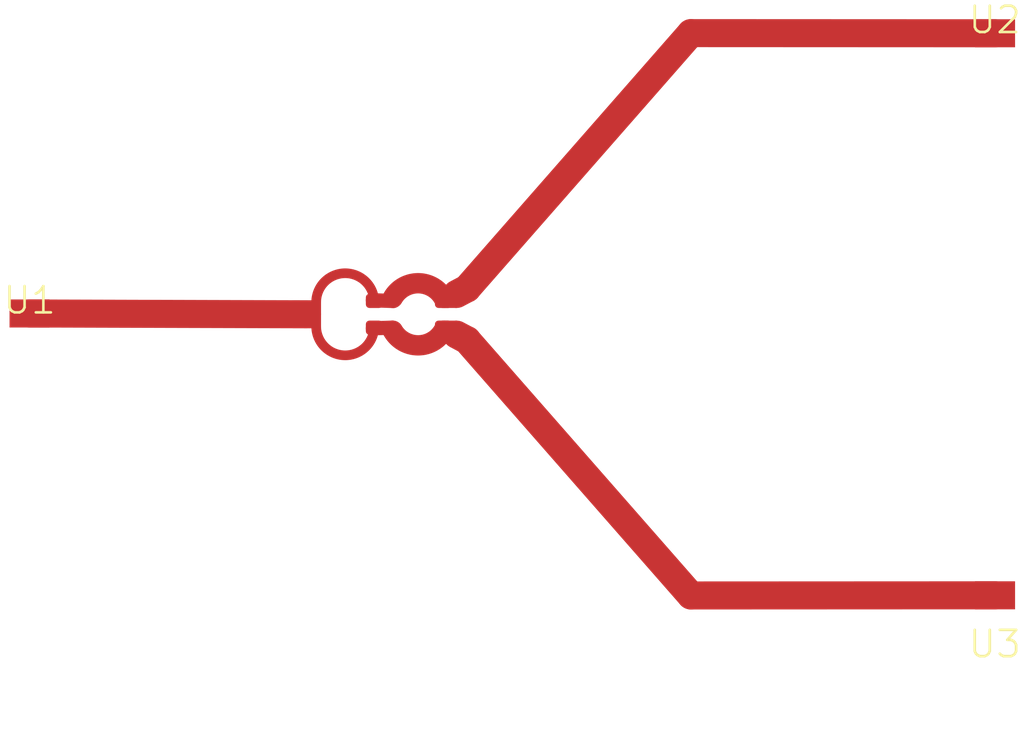
<source format=kicad_pcb>
(kicad_pcb (version 20241229) (generator "pcbnew") (generator_version "9.0")
  (layers (0 "F.Cu" signal) (2 "B.Cu" signal) (13 "F.Paste" user) (15 "B.Paste" user) (5 "F.SilkS" user "F.Silkscreen") (7 "B.SilkS" user "B.Silkscreen") (1 "F.Mask" user) (3 "B.Mask" user) (25 "Edge.Cuts" user))
  (net 0 "")
  (net 1 "Net-(U1-port1)")
  (net 5 "Net-(U2-port2)")
  (net 7 "Net-(U3-port2)")
  (footprint "PDG Footprints:WPD_Input_Output_Pad" (layer "F.Cu") (at 180.213 76.835)
    (property "Reference" "U1" (at 0 -0.5 0) (layer "F.SilkS") (effects (font (thickness 0.1))))
    (property "Value" "~")
    (pad "1" smd rect (at 0 0) (size 1.524 1.0668) (layers "F.Cu" "F.Mask" "F.Paste") (net 1 "Net-(U1-port1)"))
  )
  (footprint "PDG Footprints:WPD_Input_Output_Pad" (layer "F.Cu") (at 216.916 66.167)
    (property "Reference" "U2" (at 0 -0.5 0) (layer "F.SilkS") (effects (font (thickness 0.1))))
    (property "Value" "~")
    (pad "1" smd rect (at 0.008486 0.00508) (size 1.524 1.0668) (layers "F.Cu" "F.Mask" "F.Paste") (net 5 "Net-(U2-port2)"))
  )
  (footprint "PDG Footprints:WPD_2Ring_10500_RO4350B_test3" (layer "F.Cu") (at 193.3194 76.86548)
    (property "Reference" "WPD1" (hide yes))
    (property "Value" "~" (hide yes))
    (fp_line (start -0.0508 -0.5334) (end 0.731202 -0.50546) (stroke (width 0.540004)) (layer "F.Cu"))
    (fp_line (start -0.0508 0.5334) (end 0.6858 0.508) (stroke (width 0.540004)) (layer "F.Cu"))
    (fp_line (start 3.5306 -0.98552) (end 3.13436 -0.7747) (stroke (width 1.0668)) (layer "F.Cu"))
    (fp_line (start 3.5306 0.98552) (end 3.13436 0.7747) (stroke (width 1.0668)) (layer "F.Cu"))
    (fp_rect (start 2.67589 -1.08204) (end 3.13055 -0.2794) (stroke (width 0.0762)) (fill yes) (layer "F.Cu"))
    (fp_rect (start 2.67589 0.2794) (end 3.13055 1.08204) (stroke (width 0.0762)) (fill yes) (layer "F.Cu"))
    (fp_arc (start -2.20868 -0.4572) (mid -1.104339 -1.561541) (end 0.000002 -0.4572) (stroke (width 0.367792)) (layer "F.Cu"))
    (fp_arc (start 0 0.4572) (mid -1.104339 1.561539) (end -2.208678 0.4572) (stroke (width 0.367792)) (layer "F.Cu"))
    (fp_arc (start 0.707263 -0.627253) (mid 1.667377 -1.181576) (end 2.627492 -0.627254) (stroke (width 0.774446)) (layer "F.Cu"))
    (fp_arc (start 2.627493 0.627253) (mid 1.667379 1.181576) (end 0.707264 0.627254) (stroke (width 0.774446)) (layer "F.Cu"))
    (pad "1" smd rect (at -2.556914 0) (size 1.0668 1.0668) (layers "F.Cu") (net 1 "Net-(U1-port1)"))
    (pad "2" smd circle (at 3.5306 -0.98552) (size 1.0668 1.0668) (layers "F.Cu") (net 5 "Net-(U2-port2)"))
    (pad "3" smd circle (at 3.5306 0.98552) (size 1.0668 1.0668) (layers "F.Cu" "F.Mask" "F.Paste") (net 7 "Net-(U3-port2)"))
    (pad "4" smd roundrect (at 0 -0.510032) (size 0.64008 0.540004) (layers "F.Cu" "F.Mask" "F.Paste"))
    (pad "5" smd roundrect (at 0 0.510032) (size 0.64008 0.540004) (layers "F.Cu" "F.Mask" "F.Paste"))
    (pad "6" smd roundrect (at 2.627493 -0.510032) (size 0.64008 0.540004) (layers "F.Cu" "F.Mask" "F.Paste"))
    (pad "7" smd roundrect (at 2.627493 0.510032) (size 0.64008 0.540004) (layers "F.Cu" "F.Mask" "F.Paste"))
  )
  (footprint "PDG Footprints:WPD_Input_Output_Pad" (layer "F.Cu") (at 216.916 89.916)
    (property "Reference" "U3" (at 0 -0.5 0) (layer "F.SilkS") (effects (font (thickness 0.1))))
    (property "Value" "~")
    (pad "1" smd rect (at 0.008486 -2.35712) (size 1.524 1.0668) (layers "F.Cu" "F.Mask" "F.Paste") (net 7 "Net-(U3-port2)"))
  )
  (segment (start 190.762486 76.86548) (end 180.213 76.835) (width 1.0668) (layer "F.Cu") (net 1))
  (segment (start 196.85 75.87996) (end 205.359 66.167) (width 1.0668) (layer "F.Cu") (net 5))
  (segment (start 205.359 66.167) (end 216.924486 66.17208) (width 1.0668) (layer "F.Cu") (net 5))
  (segment (start 196.85 77.851) (end 205.359 87.56396) (width 1.0668) (layer "F.Cu") (net 7))
  (segment (start 205.359 87.56396) (end 216.924486 87.55888) (width 1.0668) (layer "F.Cu") (net 7))
)
</source>
